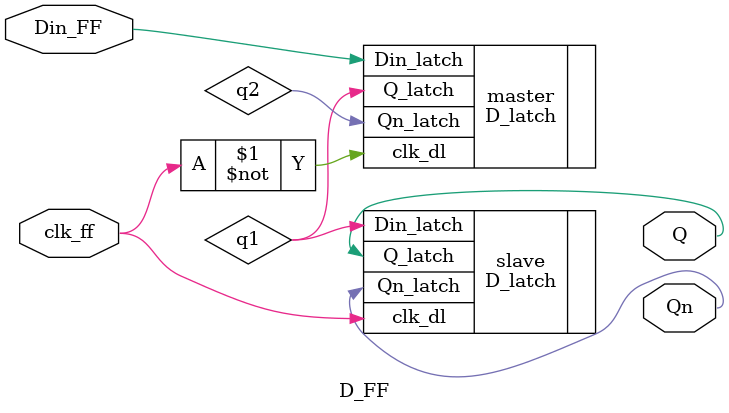
<source format=v>
module D_FF(Q, Qn, Din_FF, clk_ff);
	input Din_FF;
	input	clk_ff;
	output Q, Qn;
	wire q1,q2;
	
	D_latch master(.Q_latch(q1), .Qn_latch(q2), .Din_latch(Din_FF), .clk_dl(~clk_ff));
	D_latch slave(.Q_latch(Q), .Qn_latch(Qn), .Din_latch(q1), .clk_dl(clk_ff));
	
endmodule




</source>
